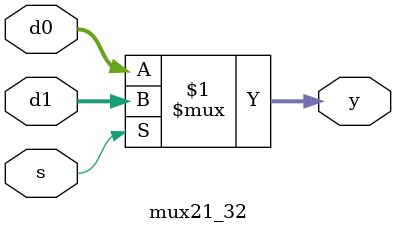
<source format=v>
module mux21_32 # (parameter WIDTH = 32)
(input [WIDTH-1:0] d0, d1,
input s,
output [WIDTH-1:0] y);
assign y = s ? d1 : d0;
endmodule
</source>
